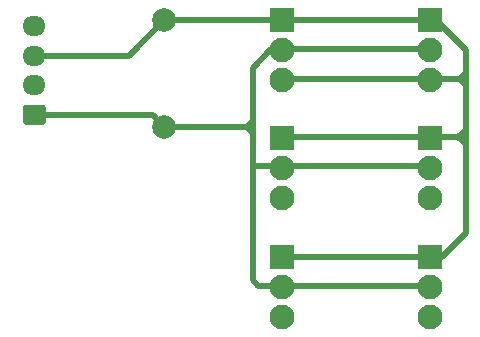
<source format=gbr>
%TF.GenerationSoftware,KiCad,Pcbnew,(5.1.7)-1*%
%TF.CreationDate,2021-06-19T18:40:17+01:00*%
%TF.ProjectId,temp_breakout,74656d70-5f62-4726-9561-6b6f75742e6b,rev?*%
%TF.SameCoordinates,Original*%
%TF.FileFunction,Copper,L1,Top*%
%TF.FilePolarity,Positive*%
%FSLAX46Y46*%
G04 Gerber Fmt 4.6, Leading zero omitted, Abs format (unit mm)*
G04 Created by KiCad (PCBNEW (5.1.7)-1) date 2021-06-19 18:40:17*
%MOMM*%
%LPD*%
G01*
G04 APERTURE LIST*
%TA.AperFunction,ComponentPad*%
%ADD10C,2.100000*%
%TD*%
%TA.AperFunction,ComponentPad*%
%ADD11R,2.100000X2.100000*%
%TD*%
%TA.AperFunction,ComponentPad*%
%ADD12C,2.000000*%
%TD*%
%TA.AperFunction,ComponentPad*%
%ADD13O,1.950000X1.700000*%
%TD*%
%TA.AperFunction,Conductor*%
%ADD14C,0.500000*%
%TD*%
G04 APERTURE END LIST*
D10*
%TO.P,J5,3*%
%TO.N,GND*%
X150000000Y-97580000D03*
%TO.P,J5,2*%
%TO.N,esp_pin*%
X150000000Y-95040000D03*
D11*
%TO.P,J5,1*%
%TO.N,+5V*%
X150000000Y-92500000D03*
%TD*%
D10*
%TO.P,J7,3*%
%TO.N,GND*%
X150000000Y-107580000D03*
%TO.P,J7,2*%
%TO.N,esp_pin*%
X150000000Y-105040000D03*
D11*
%TO.P,J7,1*%
%TO.N,+5V*%
X150000000Y-102500000D03*
%TD*%
D10*
%TO.P,J6,3*%
%TO.N,GND*%
X150000000Y-117580000D03*
%TO.P,J6,2*%
%TO.N,esp_pin*%
X150000000Y-115040000D03*
D11*
%TO.P,J6,1*%
%TO.N,+5V*%
X150000000Y-112500000D03*
%TD*%
D10*
%TO.P,J3,3*%
%TO.N,GND*%
X137500000Y-117580000D03*
%TO.P,J3,2*%
%TO.N,esp_pin*%
X137500000Y-115040000D03*
D11*
%TO.P,J3,1*%
%TO.N,+5V*%
X137500000Y-112500000D03*
%TD*%
D10*
%TO.P,J4,3*%
%TO.N,GND*%
X137500000Y-107580000D03*
%TO.P,J4,2*%
%TO.N,esp_pin*%
X137500000Y-105040000D03*
D11*
%TO.P,J4,1*%
%TO.N,+5V*%
X137500000Y-102500000D03*
%TD*%
D12*
%TO.P,R1,2*%
%TO.N,+5V*%
X127500000Y-92500000D03*
%TO.P,R1,1*%
%TO.N,esp_pin*%
X127500000Y-101500000D03*
%TD*%
D10*
%TO.P,J2,3*%
%TO.N,GND*%
X137500000Y-97580000D03*
%TO.P,J2,2*%
%TO.N,esp_pin*%
X137500000Y-95040000D03*
D11*
%TO.P,J2,1*%
%TO.N,+5V*%
X137500000Y-92500000D03*
%TD*%
D13*
%TO.P,J1,4*%
%TO.N,GND*%
X116500000Y-93000000D03*
%TO.P,J1,3*%
%TO.N,+5V*%
X116500000Y-95500000D03*
%TO.P,J1,2*%
%TO.N,Net-(J1-Pad2)*%
X116500000Y-98000000D03*
%TO.P,J1,1*%
%TO.N,esp_pin*%
%TA.AperFunction,ComponentPad*%
G36*
G01*
X117225000Y-101350000D02*
X115775000Y-101350000D01*
G75*
G02*
X115525000Y-101100000I0J250000D01*
G01*
X115525000Y-99900000D01*
G75*
G02*
X115775000Y-99650000I250000J0D01*
G01*
X117225000Y-99650000D01*
G75*
G02*
X117475000Y-99900000I0J-250000D01*
G01*
X117475000Y-101100000D01*
G75*
G02*
X117225000Y-101350000I-250000J0D01*
G01*
G37*
%TD.AperFunction*%
%TD*%
D14*
%TO.N,+5V*%
X152500000Y-97500000D02*
X153000000Y-98000000D01*
X153000000Y-97000000D02*
X152500000Y-97500000D01*
X124500000Y-95500000D02*
X127500000Y-92500000D01*
X116500000Y-95500000D02*
X124500000Y-95500000D01*
X150180000Y-112500000D02*
X137550000Y-112500000D01*
X137500000Y-97500000D02*
X153000000Y-97500000D01*
X153000000Y-97500000D02*
X153000000Y-107000000D01*
X151000000Y-112500000D02*
X150180000Y-112500000D01*
X153000000Y-110500000D02*
X151000000Y-112500000D01*
X137500000Y-102400000D02*
X152400000Y-102400000D01*
X152400000Y-102400000D02*
X153000000Y-103000000D01*
X153000000Y-101800000D02*
X152400000Y-102400000D01*
X153000000Y-107000000D02*
X153000000Y-106800000D01*
X153000000Y-108000000D02*
X153000000Y-110500000D01*
X153000000Y-107000000D02*
X153000000Y-108000000D01*
X153000000Y-95000000D02*
X153000000Y-97500000D01*
X150500000Y-92500000D02*
X153000000Y-95000000D01*
X127500000Y-92500000D02*
X150500000Y-92500000D01*
%TO.N,esp_pin*%
X126500001Y-100500001D02*
X127500000Y-101500000D01*
X116500000Y-100500000D02*
X126500001Y-100500001D01*
X137500000Y-104860000D02*
X150130000Y-104860000D01*
X137500000Y-94960000D02*
X150230000Y-94960000D01*
X137550000Y-114960000D02*
X150180000Y-114960000D01*
X137550000Y-114960000D02*
X135460000Y-114960000D01*
X135460000Y-114960000D02*
X135000000Y-114500000D01*
X136540000Y-94960000D02*
X137500000Y-94960000D01*
X135000000Y-96500000D02*
X136540000Y-94960000D01*
X137500000Y-104860000D02*
X135140000Y-104860000D01*
X135140000Y-104860000D02*
X135000000Y-105000000D01*
X135000000Y-114500000D02*
X135000000Y-105000000D01*
X134500000Y-101500000D02*
X135000000Y-101500000D01*
X127500000Y-101500000D02*
X134500000Y-101500000D01*
X135000000Y-101000000D02*
X134500000Y-101500000D01*
X135000000Y-101500000D02*
X135000000Y-101000000D01*
X135000000Y-101000000D02*
X135000000Y-96500000D01*
X134500000Y-101500000D02*
X135000000Y-102000000D01*
X135000000Y-102000000D02*
X135000000Y-101500000D01*
X135000000Y-105000000D02*
X135000000Y-102000000D01*
%TD*%
M02*

</source>
